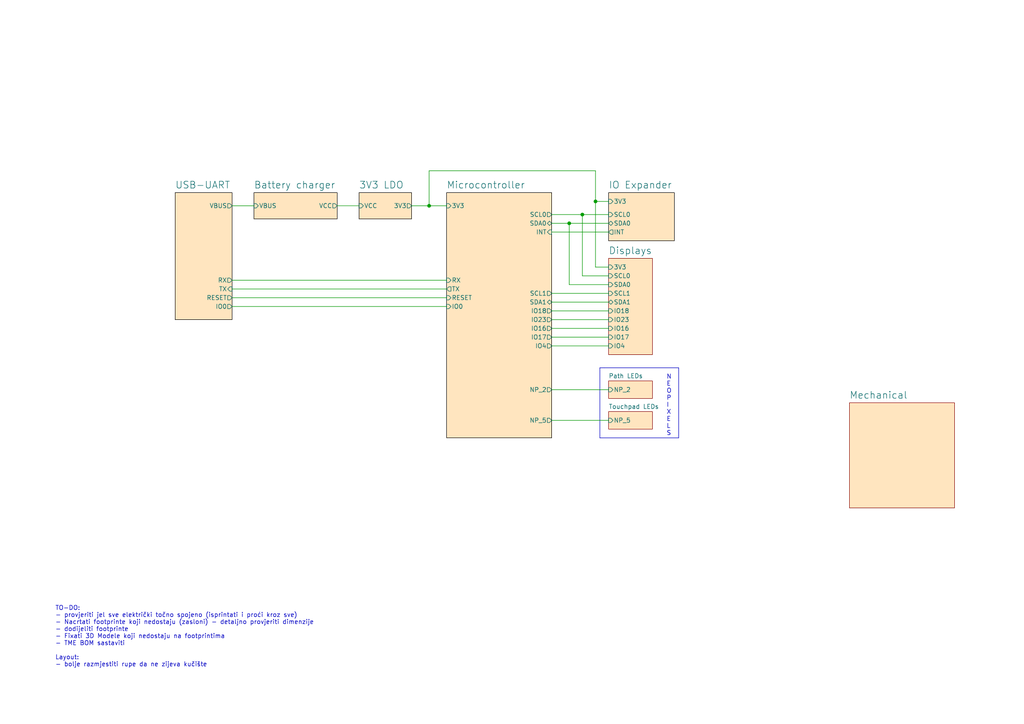
<source format=kicad_sch>
(kicad_sch
	(version 20231120)
	(generator "eeschema")
	(generator_version "8.0")
	(uuid "9f66d68b-38d2-4517-8629-387431399ae9")
	(paper "A4")
	(title_block
		(title "BoardGame")
		(date "2022-09-21")
		(rev "1")
	)
	(lib_symbols)
	(junction
		(at 124.46 59.69)
		(diameter 0)
		(color 0 0 0 0)
		(uuid "563825c4-b4e6-460f-a1f1-06b50d9ef871")
	)
	(junction
		(at 168.91 62.23)
		(diameter 0)
		(color 0 0 0 0)
		(uuid "914902ac-07b3-4abe-97d2-92404d4b6426")
	)
	(junction
		(at 172.72 58.42)
		(diameter 0)
		(color 0 0 0 0)
		(uuid "d21f5041-24e6-4f41-b1cb-3343fe7bb8bf")
	)
	(junction
		(at 165.1 64.77)
		(diameter 0)
		(color 0 0 0 0)
		(uuid "f4970702-1591-44e8-991b-19692d2133c5")
	)
	(wire
		(pts
			(xy 160.02 90.17) (xy 176.53 90.17)
		)
		(stroke
			(width 0)
			(type default)
		)
		(uuid "00024f7d-434a-4d40-8730-2200bfad97c1")
	)
	(wire
		(pts
			(xy 67.31 59.69) (xy 73.66 59.69)
		)
		(stroke
			(width 0)
			(type default)
		)
		(uuid "03e46ac2-343b-4440-a38b-f46899c311f5")
	)
	(wire
		(pts
			(xy 165.1 64.77) (xy 176.53 64.77)
		)
		(stroke
			(width 0)
			(type default)
		)
		(uuid "04019eb5-81ee-4803-8a07-811c2436aee5")
	)
	(wire
		(pts
			(xy 67.31 86.36) (xy 129.54 86.36)
		)
		(stroke
			(width 0)
			(type default)
		)
		(uuid "1c9554ed-6928-49b7-8c82-e4e1745c897c")
	)
	(wire
		(pts
			(xy 160.02 87.63) (xy 176.53 87.63)
		)
		(stroke
			(width 0)
			(type default)
		)
		(uuid "1cb7b3c5-8640-4417-b575-f0eae2c8817f")
	)
	(polyline
		(pts
			(xy 173.99 106.68) (xy 173.99 127)
		)
		(stroke
			(width 0)
			(type default)
		)
		(uuid "1f28e1cd-9870-474e-b124-f2770b935aa4")
	)
	(wire
		(pts
			(xy 119.38 59.69) (xy 124.46 59.69)
		)
		(stroke
			(width 0)
			(type default)
		)
		(uuid "23f58904-478d-4fd8-8cc1-cd79bf1f4d9e")
	)
	(polyline
		(pts
			(xy 175.26 106.68) (xy 196.85 106.68)
		)
		(stroke
			(width 0)
			(type default)
		)
		(uuid "2dab7615-9128-427c-8701-c3b7d01b4803")
	)
	(wire
		(pts
			(xy 160.02 97.79) (xy 176.53 97.79)
		)
		(stroke
			(width 0)
			(type default)
		)
		(uuid "34216b0e-606e-4b03-ac48-62a178ea9b59")
	)
	(wire
		(pts
			(xy 176.53 80.01) (xy 168.91 80.01)
		)
		(stroke
			(width 0)
			(type default)
		)
		(uuid "36706334-cf0a-4c37-8199-f7458a55f35d")
	)
	(wire
		(pts
			(xy 160.02 85.09) (xy 176.53 85.09)
		)
		(stroke
			(width 0)
			(type default)
		)
		(uuid "50b5fe9c-2782-4d7b-9ee5-14f8ad06be52")
	)
	(wire
		(pts
			(xy 124.46 49.53) (xy 172.72 49.53)
		)
		(stroke
			(width 0)
			(type default)
		)
		(uuid "5587184f-236c-4979-a999-9f87ccede4cd")
	)
	(wire
		(pts
			(xy 160.02 121.92) (xy 176.53 121.92)
		)
		(stroke
			(width 0)
			(type default)
		)
		(uuid "5c4bc23a-bd4e-46e2-9dd3-8835888450b3")
	)
	(wire
		(pts
			(xy 160.02 92.71) (xy 176.53 92.71)
		)
		(stroke
			(width 0)
			(type default)
		)
		(uuid "6475995d-f21e-4129-98df-9e1a9cb16232")
	)
	(wire
		(pts
			(xy 165.1 82.55) (xy 165.1 64.77)
		)
		(stroke
			(width 0)
			(type default)
		)
		(uuid "66168809-27e9-4667-9b81-e22f7b092ce8")
	)
	(wire
		(pts
			(xy 124.46 59.69) (xy 129.54 59.69)
		)
		(stroke
			(width 0)
			(type default)
		)
		(uuid "6abcfe40-589b-4ac0-9467-42abe6efde9b")
	)
	(wire
		(pts
			(xy 67.31 81.28) (xy 129.54 81.28)
		)
		(stroke
			(width 0)
			(type default)
		)
		(uuid "73da2f4f-e2c2-44aa-af62-2117eb2f45fe")
	)
	(wire
		(pts
			(xy 168.91 62.23) (xy 176.53 62.23)
		)
		(stroke
			(width 0)
			(type default)
		)
		(uuid "744b40b3-781c-4bc1-a2b3-3d07da6a268f")
	)
	(wire
		(pts
			(xy 172.72 49.53) (xy 172.72 58.42)
		)
		(stroke
			(width 0)
			(type default)
		)
		(uuid "79c93988-6170-4d21-a122-8643c5860964")
	)
	(wire
		(pts
			(xy 97.79 59.69) (xy 104.14 59.69)
		)
		(stroke
			(width 0.127)
			(type solid)
		)
		(uuid "7afc89fb-2da9-413a-abc8-4dac5746ed59")
	)
	(wire
		(pts
			(xy 160.02 64.77) (xy 165.1 64.77)
		)
		(stroke
			(width 0)
			(type default)
		)
		(uuid "8f1e9488-c730-476b-9917-500e3a461c9e")
	)
	(wire
		(pts
			(xy 160.02 67.31) (xy 176.53 67.31)
		)
		(stroke
			(width 0)
			(type default)
		)
		(uuid "8f4f885b-e77f-481d-b88d-48332932f054")
	)
	(wire
		(pts
			(xy 160.02 113.03) (xy 176.53 113.03)
		)
		(stroke
			(width 0)
			(type default)
		)
		(uuid "9b3fbbe5-2df0-4dcf-82d7-e8eae58cef69")
	)
	(wire
		(pts
			(xy 176.53 82.55) (xy 165.1 82.55)
		)
		(stroke
			(width 0)
			(type default)
		)
		(uuid "a2e4a3e0-743f-4daa-8916-3af2abf8d27d")
	)
	(polyline
		(pts
			(xy 173.99 127) (xy 196.85 127)
		)
		(stroke
			(width 0)
			(type default)
		)
		(uuid "b62a48b4-ffee-4107-9ec7-7a8068663dcd")
	)
	(wire
		(pts
			(xy 172.72 77.47) (xy 172.72 58.42)
		)
		(stroke
			(width 0)
			(type default)
		)
		(uuid "bf7324dd-8df7-4aaa-9461-338b55aa93f6")
	)
	(wire
		(pts
			(xy 168.91 80.01) (xy 168.91 62.23)
		)
		(stroke
			(width 0)
			(type default)
		)
		(uuid "c5b4f0d3-fd2f-4342-b1f1-794385dbd614")
	)
	(wire
		(pts
			(xy 172.72 58.42) (xy 176.53 58.42)
		)
		(stroke
			(width 0)
			(type default)
		)
		(uuid "c9737a49-9f8f-4dc0-9ae2-baa62a8d5601")
	)
	(wire
		(pts
			(xy 67.31 83.82) (xy 129.54 83.82)
		)
		(stroke
			(width 0)
			(type default)
		)
		(uuid "c9c7eb15-d8e9-4375-a180-7f18eec4ffdb")
	)
	(wire
		(pts
			(xy 160.02 62.23) (xy 168.91 62.23)
		)
		(stroke
			(width 0)
			(type default)
		)
		(uuid "d166942e-0741-4b24-b94e-84fd60d4249e")
	)
	(wire
		(pts
			(xy 124.46 59.69) (xy 124.46 49.53)
		)
		(stroke
			(width 0)
			(type default)
		)
		(uuid "d7b20d5c-2b11-4f0f-9e98-8113dc494f08")
	)
	(polyline
		(pts
			(xy 175.26 106.68) (xy 173.99 106.68)
		)
		(stroke
			(width 0)
			(type default)
		)
		(uuid "df9e1e79-1cd5-4e5e-9796-ffe27501d1d5")
	)
	(wire
		(pts
			(xy 67.31 88.9) (xy 129.54 88.9)
		)
		(stroke
			(width 0)
			(type default)
		)
		(uuid "e24162d2-0980-4ede-a1c9-6f0adbf7c7ff")
	)
	(wire
		(pts
			(xy 176.53 77.47) (xy 172.72 77.47)
		)
		(stroke
			(width 0)
			(type default)
		)
		(uuid "e681b094-8dcd-48c0-968c-033872214eab")
	)
	(wire
		(pts
			(xy 160.02 95.25) (xy 176.53 95.25)
		)
		(stroke
			(width 0)
			(type default)
		)
		(uuid "eb49e1de-48e5-46c5-93a5-31193d9d1523")
	)
	(polyline
		(pts
			(xy 196.85 127) (xy 196.85 106.68)
		)
		(stroke
			(width 0)
			(type default)
		)
		(uuid "ee6bae10-9f71-4527-b7bb-c640e01194c4")
	)
	(wire
		(pts
			(xy 160.02 100.33) (xy 176.53 100.33)
		)
		(stroke
			(width 0)
			(type default)
		)
		(uuid "eeb3dad8-c670-4344-9be6-2ab523176ed5")
	)
	(text "N\nE\nO\nP\nI\nX\nE\nL\nS"
		(exclude_from_sim no)
		(at 193.294 126.492 0)
		(effects
			(font
				(size 1.27 1.27)
			)
			(justify left bottom)
		)
		(uuid "605333e4-c280-4da8-a56f-43ed39e2f449")
	)
	(text "TO-DO:\n- provjeriti jel sve električki točno spojeno (isprintati i proći kroz sve)\n- Nacrtati footprinte koji nedostaju (zasloni) - detaljno provjeriti dimenzije\n- dodijeliti footprinte\n- Fixati 3D Modele koji nedostaju na footprintima\n- TME BOM sastaviti\n\nLayout:\n- bolje razmjestiti rupe da ne zijeva kučište"
		(exclude_from_sim no)
		(at 16.002 184.658 0)
		(effects
			(font
				(size 1.27 1.27)
			)
			(justify left)
		)
		(uuid "be6d6081-bfca-4a22-9794-97558cab6996")
	)
	(sheet
		(at 73.66 55.88)
		(size 24.13 7.62)
		(fields_autoplaced yes)
		(stroke
			(width 0.1524)
			(type solid)
			(color 0 0 0 1)
		)
		(fill
			(color 255 229 191 1.0000)
		)
		(uuid "137cdba1-cde3-4c49-b42e-e13f2be356c7")
		(property "Sheetname" "Battery charger"
			(at 73.66 54.8034 0)
			(effects
				(font
					(size 2 2)
				)
				(justify left bottom)
			)
		)
		(property "Sheetfile" "Battery charger.kicad_sch"
			(at 73.66 64.0846 0)
			(effects
				(font
					(size 1.27 1.27)
				)
				(justify left top)
				(hide yes)
			)
		)
		(pin "VCC" output
			(at 97.79 59.69 0)
			(effects
				(font
					(size 1.27 1.27)
				)
				(justify right)
			)
			(uuid "688fb170-b78c-4b52-81f6-32c02e275a82")
		)
		(pin "VBUS" input
			(at 73.66 59.69 180)
			(effects
				(font
					(size 1.27 1.27)
				)
				(justify left)
			)
			(uuid "94de1e2e-9bd5-4afc-b71d-f115494284b6")
		)
		(instances
			(project "BoardGame"
				(path "/9f66d68b-38d2-4517-8629-387431399ae9"
					(page "3")
				)
			)
		)
	)
	(sheet
		(at 176.53 110.49)
		(size 12.7 5.08)
		(fields_autoplaced yes)
		(stroke
			(width 0.1524)
			(type solid)
		)
		(fill
			(color 255 229 191 1.0000)
		)
		(uuid "32dde120-04c0-4b9b-8629-f9a39c8c1834")
		(property "Sheetname" "Path LEDs"
			(at 176.53 109.7784 0)
			(effects
				(font
					(size 1.27 1.27)
				)
				(justify left bottom)
			)
		)
		(property "Sheetfile" "Path LEDs.kicad_sch"
			(at 176.53 116.1546 0)
			(effects
				(font
					(size 1.27 1.27)
				)
				(justify left top)
				(hide yes)
			)
		)
		(pin "NP_2" input
			(at 176.53 113.03 180)
			(effects
				(font
					(size 1.27 1.27)
				)
				(justify left)
			)
			(uuid "db4c7c03-9ed4-4326-85cd-a930e54b4297")
		)
		(instances
			(project "BoardGame"
				(path "/9f66d68b-38d2-4517-8629-387431399ae9"
					(page "8")
				)
			)
		)
	)
	(sheet
		(at 246.38 116.84)
		(size 30.48 30.48)
		(fields_autoplaced yes)
		(stroke
			(width 0.1524)
			(type solid)
		)
		(fill
			(color 255 229 191 1.0000)
		)
		(uuid "451bdb88-099a-45fd-b563-6afcc15e7e5f")
		(property "Sheetname" "Mechanical"
			(at 246.38 115.7634 0)
			(effects
				(font
					(size 2 2)
				)
				(justify left bottom)
			)
		)
		(property "Sheetfile" "Mechanical.kicad_sch"
			(at 246.38 147.9046 0)
			(effects
				(font
					(size 1.27 1.27)
				)
				(justify left top)
				(hide yes)
			)
		)
		(instances
			(project "BoardGame"
				(path "/9f66d68b-38d2-4517-8629-387431399ae9"
					(page "14")
				)
			)
		)
	)
	(sheet
		(at 129.54 55.88)
		(size 30.48 71.12)
		(fields_autoplaced yes)
		(stroke
			(width 0.1524)
			(type solid)
			(color 0 0 0 1)
		)
		(fill
			(color 255 229 191 1.0000)
		)
		(uuid "4ee94e79-8f79-4d3c-86ca-8e64aae4ab70")
		(property "Sheetname" "Microcontroller"
			(at 129.54 54.8034 0)
			(effects
				(font
					(size 2 2)
				)
				(justify left bottom)
			)
		)
		(property "Sheetfile" "Microcontroller.kicad_sch"
			(at 129.54 127.5846 0)
			(effects
				(font
					(size 1.27 1.27)
				)
				(justify left top)
				(hide yes)
			)
		)
		(pin "RX" input
			(at 129.54 81.28 180)
			(effects
				(font
					(size 1.27 1.27)
				)
				(justify left)
			)
			(uuid "4b253f4c-14c5-4fe4-9d11-26dd34c0675d")
		)
		(pin "TX" output
			(at 129.54 83.82 180)
			(effects
				(font
					(size 1.27 1.27)
				)
				(justify left)
			)
			(uuid "6506dee7-43fa-4ffb-8556-fdec74d1d2f3")
		)
		(pin "RESET" input
			(at 129.54 86.36 180)
			(effects
				(font
					(size 1.27 1.27)
				)
				(justify left)
			)
			(uuid "49ba906e-8050-416e-84b3-dd5524aee913")
		)
		(pin "SDA0" bidirectional
			(at 160.02 64.77 0)
			(effects
				(font
					(size 1.27 1.27)
				)
				(justify right)
			)
			(uuid "926ab0d4-ef95-4115-9ef3-6845bda75b88")
		)
		(pin "SCL0" output
			(at 160.02 62.23 0)
			(effects
				(font
					(size 1.27 1.27)
				)
				(justify right)
			)
			(uuid "260339f7-18c8-4bc3-a206-fe4812d69ee6")
		)
		(pin "INT" input
			(at 160.02 67.31 0)
			(effects
				(font
					(size 1.27 1.27)
				)
				(justify right)
			)
			(uuid "d59d89ed-a714-431c-8e56-80fdf6702eaa")
		)
		(pin "NP_2" output
			(at 160.02 113.03 0)
			(effects
				(font
					(size 1.27 1.27)
				)
				(justify right)
			)
			(uuid "c7b1a103-c928-4661-a3dd-93d1dd6892c4")
		)
		(pin "NP_5" output
			(at 160.02 121.92 0)
			(effects
				(font
					(size 1.27 1.27)
				)
				(justify right)
			)
			(uuid "629bbf84-7b33-4911-85cd-3f4dea5bb716")
		)
		(pin "IO0" input
			(at 129.54 88.9 180)
			(effects
				(font
					(size 1.27 1.27)
				)
				(justify left)
			)
			(uuid "96a7b92e-695f-4761-aee0-a89f6ea1ec95")
		)
		(pin "SCL1" output
			(at 160.02 85.09 0)
			(effects
				(font
					(size 1.27 1.27)
				)
				(justify right)
			)
			(uuid "5d8d0de3-0561-4b7b-9b84-b4419c8b544a")
		)
		(pin "SDA1" bidirectional
			(at 160.02 87.63 0)
			(effects
				(font
					(size 1.27 1.27)
				)
				(justify right)
			)
			(uuid "85972954-bbfd-4110-8960-9cc2226c14e4")
		)
		(pin "3V3" input
			(at 129.54 59.69 180)
			(effects
				(font
					(size 1.27 1.27)
				)
				(justify left)
			)
			(uuid "a05cc5c1-1e6b-41cf-bc94-551be4f55f02")
		)
		(pin "IO18" output
			(at 160.02 90.17 0)
			(effects
				(font
					(size 1.27 1.27)
				)
				(justify right)
			)
			(uuid "3291ad67-d2ca-45a8-869d-109462cabc3e")
		)
		(pin "IO23" output
			(at 160.02 92.71 0)
			(effects
				(font
					(size 1.27 1.27)
				)
				(justify right)
			)
			(uuid "7bcf6eff-9e91-466b-87fa-a6e5312ad753")
		)
		(pin "IO16" output
			(at 160.02 95.25 0)
			(effects
				(font
					(size 1.27 1.27)
				)
				(justify right)
			)
			(uuid "22aad3be-a523-47dd-86f3-e07a16c530ea")
		)
		(pin "IO17" output
			(at 160.02 97.79 0)
			(effects
				(font
					(size 1.27 1.27)
				)
				(justify right)
			)
			(uuid "aab3c111-b1be-46f1-9a9f-41c37ccdf868")
		)
		(pin "IO4" output
			(at 160.02 100.33 0)
			(effects
				(font
					(size 1.27 1.27)
				)
				(justify right)
			)
			(uuid "f134c500-432d-4f95-80d3-d965275e1be9")
		)
		(instances
			(project "BoardGame"
				(path "/9f66d68b-38d2-4517-8629-387431399ae9"
					(page "5")
				)
			)
		)
	)
	(sheet
		(at 176.53 119.38)
		(size 12.7 5.08)
		(fields_autoplaced yes)
		(stroke
			(width 0.1524)
			(type solid)
		)
		(fill
			(color 255 229 191 1.0000)
		)
		(uuid "522b0d86-69b3-4867-83a4-c5bdcf091b48")
		(property "Sheetname" "Touchpad LEDs"
			(at 176.53 118.6684 0)
			(effects
				(font
					(size 1.27 1.27)
				)
				(justify left bottom)
			)
		)
		(property "Sheetfile" "Touchpad LEDs.kicad_sch"
			(at 176.53 125.0446 0)
			(effects
				(font
					(size 1.27 1.27)
				)
				(justify left top)
				(hide yes)
			)
		)
		(pin "NP_5" input
			(at 176.53 121.92 180)
			(effects
				(font
					(size 1.27 1.27)
				)
				(justify left)
			)
			(uuid "cd7957cd-1209-4164-9939-164e8c3903bb")
		)
		(instances
			(project "BoardGame"
				(path "/9f66d68b-38d2-4517-8629-387431399ae9"
					(page "11")
				)
			)
		)
	)
	(sheet
		(at 176.53 74.93)
		(size 12.7 27.94)
		(fields_autoplaced yes)
		(stroke
			(width 0.1524)
			(type solid)
		)
		(fill
			(color 255 229 191 1.0000)
		)
		(uuid "9f75b5b4-7777-400e-8ace-a7801c4aefc0")
		(property "Sheetname" "Displays"
			(at 176.53 73.8534 0)
			(effects
				(font
					(size 2 2)
				)
				(justify left bottom)
			)
		)
		(property "Sheetfile" "Displays.kicad_sch"
			(at 176.53 103.4546 0)
			(effects
				(font
					(size 1.27 1.27)
				)
				(justify left top)
				(hide yes)
			)
		)
		(pin "SCL1" input
			(at 176.53 85.09 180)
			(effects
				(font
					(size 1.27 1.27)
				)
				(justify left)
			)
			(uuid "367c8075-72d5-49a8-b7d9-a2e29ea6dfc6")
		)
		(pin "SDA1" bidirectional
			(at 176.53 87.63 180)
			(effects
				(font
					(size 1.27 1.27)
				)
				(justify left)
			)
			(uuid "a56b2ef7-36cf-4bb1-b245-09c78ed639fe")
		)
		(pin "3V3" input
			(at 176.53 77.47 180)
			(effects
				(font
					(size 1.27 1.27)
				)
				(justify left)
			)
			(uuid "e8430462-d28e-4ab7-b355-10df78096ccd")
		)
		(pin "SCL0" input
			(at 176.53 80.01 180)
			(effects
				(font
					(size 1.27 1.27)
				)
				(justify left)
			)
			(uuid "b3b8fc15-dafe-468b-b3ed-0b2537e6a96b")
		)
		(pin "SDA0" input
			(at 176.53 82.55 180)
			(effects
				(font
					(size 1.27 1.27)
				)
				(justify left)
			)
			(uuid "15d627f9-2ca4-4538-b500-6598695af6d1")
		)
		(pin "IO23" input
			(at 176.53 92.71 180)
			(effects
				(font
					(size 1.27 1.27)
				)
				(justify left)
			)
			(uuid "a59e7fbb-5c86-4cb3-8193-e49fa2bee211")
		)
		(pin "IO16" input
			(at 176.53 95.25 180)
			(effects
				(font
					(size 1.27 1.27)
				)
				(justify left)
			)
			(uuid "a4f9479e-e0f5-4395-b945-dfafe29524ca")
		)
		(pin "IO4" input
			(at 176.53 100.33 180)
			(effects
				(font
					(size 1.27 1.27)
				)
				(justify left)
			)
			(uuid "1594687c-c429-41a0-ae0c-612e8fce1c58")
		)
		(pin "IO17" input
			(at 176.53 97.79 180)
			(effects
				(font
					(size 1.27 1.27)
				)
				(justify left)
			)
			(uuid "3cf5e9ec-1451-48ba-b6a3-f89d070fc6e6")
		)
		(pin "IO18" input
			(at 176.53 90.17 180)
			(effects
				(font
					(size 1.27 1.27)
				)
				(justify left)
			)
			(uuid "ef57d468-2614-4168-8380-260a733d7ba7")
		)
		(instances
			(project "BoardGame"
				(path "/9f66d68b-38d2-4517-8629-387431399ae9"
					(page "10")
				)
			)
		)
	)
	(sheet
		(at 50.8 55.88)
		(size 16.51 36.83)
		(fields_autoplaced yes)
		(stroke
			(width 0.1524)
			(type solid)
			(color 0 0 0 1)
		)
		(fill
			(color 255 229 191 1.0000)
		)
		(uuid "ac94f7cf-c7fc-4258-a4c8-af0c3ef6d0a1")
		(property "Sheetname" "USB-UART"
			(at 50.8 54.8034 0)
			(effects
				(font
					(size 2 2)
				)
				(justify left bottom)
			)
		)
		(property "Sheetfile" "USB.kicad_sch"
			(at 50.8 93.2946 0)
			(effects
				(font
					(size 1.27 1.27)
				)
				(justify left top)
				(hide yes)
			)
		)
		(pin "RX" output
			(at 67.31 81.28 0)
			(effects
				(font
					(size 1.27 1.27)
				)
				(justify right)
			)
			(uuid "b5bb5906-9cb3-4a2e-8527-7890cf235253")
		)
		(pin "TX" input
			(at 67.31 83.82 0)
			(effects
				(font
					(size 1.27 1.27)
				)
				(justify right)
			)
			(uuid "2829de1b-6490-47a6-8dfc-222ab5af25af")
		)
		(pin "RESET" output
			(at 67.31 86.36 0)
			(effects
				(font
					(size 1.27 1.27)
				)
				(justify right)
			)
			(uuid "a79655a7-089a-422d-a92c-5e21245b6bd3")
		)
		(pin "IO0" output
			(at 67.31 88.9 0)
			(effects
				(font
					(size 1.27 1.27)
				)
				(justify right)
			)
			(uuid "579cf14f-9083-4ce8-a362-2065854d5403")
		)
		(pin "VBUS" output
			(at 67.31 59.69 0)
			(effects
				(font
					(size 1.27 1.27)
				)
				(justify right)
			)
			(uuid "c29a9ae1-2fa9-4ada-b79c-4aeef160beb6")
		)
		(instances
			(project "BoardGame"
				(path "/9f66d68b-38d2-4517-8629-387431399ae9"
					(page "2")
				)
			)
		)
	)
	(sheet
		(at 104.14 55.88)
		(size 15.24 7.62)
		(fields_autoplaced yes)
		(stroke
			(width 0.1524)
			(type solid)
			(color 0 0 0 1)
		)
		(fill
			(color 255 229 191 1.0000)
		)
		(uuid "bfec7ff5-12b5-4af9-9131-b19e09596ace")
		(property "Sheetname" "3V3 LDO"
			(at 104.14 54.8034 0)
			(effects
				(font
					(size 2 2)
				)
				(justify left bottom)
			)
		)
		(property "Sheetfile" "Boost Converter.kicad_sch"
			(at 104.14 64.0846 0)
			(effects
				(font
					(size 1.27 1.27)
				)
				(justify left top)
				(hide yes)
			)
		)
		(pin "VCC" input
			(at 104.14 59.69 180)
			(effects
				(font
					(size 1.27 1.27)
				)
				(justify left)
			)
			(uuid "439e14c3-7e83-4dbe-ae08-3a09a2056394")
		)
		(pin "3V3" output
			(at 119.38 59.69 0)
			(effects
				(font
					(size 1.27 1.27)
				)
				(justify right)
			)
			(uuid "a142d5ec-45d4-458a-9389-a5fbb37add84")
		)
		(instances
			(project "BoardGame"
				(path "/9f66d68b-38d2-4517-8629-387431399ae9"
					(page "6")
				)
			)
		)
	)
	(sheet
		(at 176.53 55.88)
		(size 19.05 13.97)
		(fields_autoplaced yes)
		(stroke
			(width 0.1524)
			(type solid)
			(color 0 0 0 1)
		)
		(fill
			(color 255 229 191 1.0000)
		)
		(uuid "defa6cf4-007a-48e8-ac65-029b900cd1cd")
		(property "Sheetname" "IO Expander"
			(at 176.53 54.8034 0)
			(effects
				(font
					(size 2 2)
				)
				(justify left bottom)
			)
		)
		(property "Sheetfile" "IO Expander.kicad_sch"
			(at 176.53 70.4346 0)
			(effects
				(font
					(size 1.27 1.27)
				)
				(justify left top)
				(hide yes)
			)
		)
		(pin "SCL0" input
			(at 176.53 62.23 180)
			(effects
				(font
					(size 1.27 1.27)
				)
				(justify left)
			)
			(uuid "9ad69841-b0b0-4b6b-b586-c418ce361c62")
		)
		(pin "SDA0" bidirectional
			(at 176.53 64.77 180)
			(effects
				(font
					(size 1.27 1.27)
				)
				(justify left)
			)
			(uuid "81c632f1-d931-4c3d-aed7-3847e60c58c1")
		)
		(pin "INT" output
			(at 176.53 67.31 180)
			(effects
				(font
					(size 1.27 1.27)
				)
				(justify left)
			)
			(uuid "5aa08cef-4b91-447a-a0f2-b4140f78b9d2")
		)
		(pin "3V3" input
			(at 176.53 58.42 180)
			(effects
				(font
					(size 1.27 1.27)
				)
				(justify left)
			)
			(uuid "25a88265-74a8-4476-a2db-7945abd8f61b")
		)
		(instances
			(project "BoardGame"
				(path "/9f66d68b-38d2-4517-8629-387431399ae9"
					(page "4")
				)
			)
		)
	)
	(sheet_instances
		(path "/"
			(page "1")
		)
	)
)

</source>
